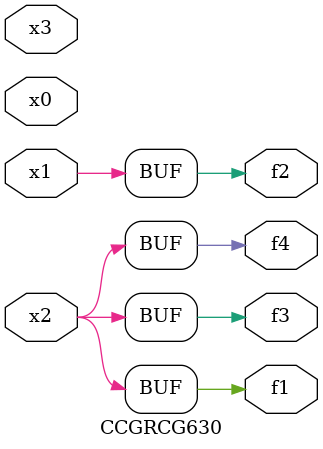
<source format=v>
module CCGRCG630(
	input x0, x1, x2, x3,
	output f1, f2, f3, f4
);
	assign f1 = x2;
	assign f2 = x1;
	assign f3 = x2;
	assign f4 = x2;
endmodule

</source>
